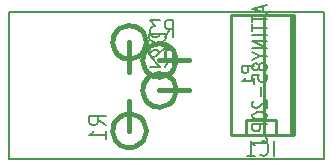
<source format=gbo>
G04 (created by PCBNEW-RS274X (2012-apr-16-27)-stable) date Fri 30 Aug 2013 09:54:41 AM IST*
G01*
G70*
G90*
%MOIN*%
G04 Gerber Fmt 3.4, Leading zero omitted, Abs format*
%FSLAX34Y34*%
G04 APERTURE LIST*
%ADD10C,0.006000*%
%ADD11C,0.007100*%
%ADD12C,0.007200*%
%ADD13C,0.015000*%
%ADD14C,0.010000*%
%ADD15C,0.008000*%
G04 APERTURE END LIST*
G54D10*
G54D11*
X34000Y-43200D02*
X34000Y-38300D01*
G54D12*
X44500Y-43200D02*
X34000Y-43200D01*
X44500Y-38300D02*
X44500Y-43200D01*
X34000Y-38300D02*
X44500Y-38300D01*
G54D13*
X38000Y-42250D02*
X38000Y-41250D01*
X38559Y-42250D02*
X38548Y-42358D01*
X38516Y-42463D01*
X38465Y-42559D01*
X38396Y-42643D01*
X38312Y-42713D01*
X38216Y-42765D01*
X38112Y-42797D01*
X38003Y-42808D01*
X37896Y-42799D01*
X37791Y-42768D01*
X37694Y-42717D01*
X37609Y-42649D01*
X37539Y-42565D01*
X37487Y-42470D01*
X37454Y-42366D01*
X37442Y-42257D01*
X37451Y-42150D01*
X37481Y-42045D01*
X37531Y-41948D01*
X37598Y-41862D01*
X37681Y-41791D01*
X37777Y-41738D01*
X37880Y-41705D01*
X37989Y-41692D01*
X38097Y-41700D01*
X38202Y-41729D01*
X38299Y-41779D01*
X38385Y-41846D01*
X38456Y-41928D01*
X38510Y-42023D01*
X38545Y-42127D01*
X38558Y-42235D01*
X38559Y-42250D01*
G54D14*
X42900Y-42400D02*
X42900Y-41900D01*
X42900Y-41900D02*
X41900Y-41900D01*
X41900Y-41900D02*
X41900Y-42400D01*
X43400Y-42400D02*
X43400Y-38400D01*
X43400Y-38400D02*
X41400Y-38400D01*
X41400Y-38400D02*
X41400Y-42400D01*
X41400Y-42400D02*
X43400Y-42400D01*
X43500Y-42400D02*
X43500Y-38400D01*
X42500Y-42400D02*
X42500Y-38400D01*
X42500Y-38400D02*
X43500Y-38400D01*
X43500Y-42400D02*
X42500Y-42400D01*
G54D13*
X39000Y-40900D02*
X40000Y-40900D01*
X39559Y-40900D02*
X39548Y-41008D01*
X39516Y-41113D01*
X39465Y-41209D01*
X39396Y-41293D01*
X39312Y-41363D01*
X39216Y-41415D01*
X39112Y-41447D01*
X39003Y-41458D01*
X38896Y-41449D01*
X38791Y-41418D01*
X38694Y-41367D01*
X38609Y-41299D01*
X38539Y-41215D01*
X38487Y-41120D01*
X38454Y-41016D01*
X38442Y-40907D01*
X38451Y-40800D01*
X38481Y-40695D01*
X38531Y-40598D01*
X38598Y-40512D01*
X38681Y-40441D01*
X38777Y-40388D01*
X38880Y-40355D01*
X38989Y-40342D01*
X39097Y-40350D01*
X39202Y-40379D01*
X39299Y-40429D01*
X39385Y-40496D01*
X39456Y-40578D01*
X39510Y-40673D01*
X39545Y-40777D01*
X39558Y-40885D01*
X39559Y-40900D01*
X39000Y-39900D02*
X40000Y-39900D01*
X39559Y-39900D02*
X39548Y-40008D01*
X39516Y-40113D01*
X39465Y-40209D01*
X39396Y-40293D01*
X39312Y-40363D01*
X39216Y-40415D01*
X39112Y-40447D01*
X39003Y-40458D01*
X38896Y-40449D01*
X38791Y-40418D01*
X38694Y-40367D01*
X38609Y-40299D01*
X38539Y-40215D01*
X38487Y-40120D01*
X38454Y-40016D01*
X38442Y-39907D01*
X38451Y-39800D01*
X38481Y-39695D01*
X38531Y-39598D01*
X38598Y-39512D01*
X38681Y-39441D01*
X38777Y-39388D01*
X38880Y-39355D01*
X38989Y-39342D01*
X39097Y-39350D01*
X39202Y-39379D01*
X39299Y-39429D01*
X39385Y-39496D01*
X39456Y-39578D01*
X39510Y-39673D01*
X39545Y-39777D01*
X39558Y-39885D01*
X39559Y-39900D01*
X38000Y-39300D02*
X38000Y-40300D01*
X38559Y-39300D02*
X38548Y-39408D01*
X38516Y-39513D01*
X38465Y-39609D01*
X38396Y-39693D01*
X38312Y-39763D01*
X38216Y-39815D01*
X38112Y-39847D01*
X38003Y-39858D01*
X37896Y-39849D01*
X37791Y-39818D01*
X37694Y-39767D01*
X37609Y-39699D01*
X37539Y-39615D01*
X37487Y-39520D01*
X37454Y-39416D01*
X37442Y-39307D01*
X37451Y-39200D01*
X37481Y-39095D01*
X37531Y-38998D01*
X37598Y-38912D01*
X37681Y-38841D01*
X37777Y-38788D01*
X37880Y-38755D01*
X37989Y-38742D01*
X38097Y-38750D01*
X38202Y-38779D01*
X38299Y-38829D01*
X38385Y-38896D01*
X38456Y-38978D01*
X38510Y-39073D01*
X38545Y-39177D01*
X38558Y-39285D01*
X38559Y-39300D01*
G54D15*
X37223Y-42067D02*
X36961Y-41900D01*
X37223Y-41781D02*
X36673Y-41781D01*
X36673Y-41972D01*
X36699Y-42019D01*
X36725Y-42043D01*
X36777Y-42067D01*
X36856Y-42067D01*
X36908Y-42043D01*
X36935Y-42019D01*
X36961Y-41972D01*
X36961Y-41781D01*
X37223Y-42543D02*
X37223Y-42257D01*
X37223Y-42400D02*
X36673Y-42400D01*
X36751Y-42352D01*
X36804Y-42305D01*
X36830Y-42257D01*
X42839Y-43102D02*
X42839Y-42602D01*
X42368Y-43055D02*
X42389Y-43079D01*
X42453Y-43102D01*
X42496Y-43102D01*
X42561Y-43079D01*
X42603Y-43031D01*
X42625Y-42983D01*
X42646Y-42888D01*
X42646Y-42817D01*
X42625Y-42721D01*
X42603Y-42674D01*
X42561Y-42626D01*
X42496Y-42602D01*
X42453Y-42602D01*
X42389Y-42626D01*
X42368Y-42650D01*
X41939Y-43102D02*
X42196Y-43102D01*
X42068Y-43102D02*
X42068Y-42602D01*
X42111Y-42674D01*
X42153Y-42721D01*
X42196Y-42745D01*
X42460Y-38105D02*
X42460Y-38296D01*
X42602Y-38067D02*
X42102Y-38200D01*
X42602Y-38334D01*
X42102Y-38410D02*
X42102Y-38639D01*
X42602Y-38524D02*
X42102Y-38524D01*
X42102Y-38715D02*
X42102Y-38944D01*
X42602Y-38829D02*
X42102Y-38829D01*
X42602Y-39077D02*
X42102Y-39077D01*
X42602Y-39267D02*
X42102Y-39267D01*
X42602Y-39496D01*
X42102Y-39496D01*
X42364Y-39762D02*
X42602Y-39762D01*
X42102Y-39629D02*
X42364Y-39762D01*
X42102Y-39896D01*
X42317Y-40086D02*
X42293Y-40048D01*
X42269Y-40029D01*
X42221Y-40010D01*
X42198Y-40010D01*
X42150Y-40029D01*
X42126Y-40048D01*
X42102Y-40086D01*
X42102Y-40163D01*
X42126Y-40201D01*
X42150Y-40220D01*
X42198Y-40239D01*
X42221Y-40239D01*
X42269Y-40220D01*
X42293Y-40201D01*
X42317Y-40163D01*
X42317Y-40086D01*
X42340Y-40048D01*
X42364Y-40029D01*
X42412Y-40010D01*
X42507Y-40010D01*
X42555Y-40029D01*
X42579Y-40048D01*
X42602Y-40086D01*
X42602Y-40163D01*
X42579Y-40201D01*
X42555Y-40220D01*
X42507Y-40239D01*
X42412Y-40239D01*
X42364Y-40220D01*
X42340Y-40201D01*
X42317Y-40163D01*
X42102Y-40601D02*
X42102Y-40410D01*
X42340Y-40391D01*
X42317Y-40410D01*
X42293Y-40448D01*
X42293Y-40544D01*
X42317Y-40582D01*
X42340Y-40601D01*
X42388Y-40620D01*
X42507Y-40620D01*
X42555Y-40601D01*
X42579Y-40582D01*
X42602Y-40544D01*
X42602Y-40448D01*
X42579Y-40410D01*
X42555Y-40391D01*
X42412Y-40791D02*
X42412Y-41096D01*
X42150Y-41267D02*
X42126Y-41286D01*
X42102Y-41324D01*
X42102Y-41420D01*
X42126Y-41458D01*
X42150Y-41477D01*
X42198Y-41496D01*
X42245Y-41496D01*
X42317Y-41477D01*
X42602Y-41248D01*
X42602Y-41496D01*
X42102Y-41743D02*
X42102Y-41782D01*
X42126Y-41820D01*
X42150Y-41839D01*
X42198Y-41858D01*
X42293Y-41877D01*
X42412Y-41877D01*
X42507Y-41858D01*
X42555Y-41839D01*
X42579Y-41820D01*
X42602Y-41782D01*
X42602Y-41743D01*
X42579Y-41705D01*
X42555Y-41686D01*
X42507Y-41667D01*
X42412Y-41648D01*
X42293Y-41648D01*
X42198Y-41667D01*
X42150Y-41686D01*
X42126Y-41705D01*
X42102Y-41743D01*
X42602Y-42048D02*
X42102Y-42048D01*
X42102Y-42201D01*
X42126Y-42239D01*
X42150Y-42258D01*
X42198Y-42277D01*
X42269Y-42277D01*
X42317Y-42258D01*
X42340Y-42239D01*
X42364Y-42201D01*
X42364Y-42048D01*
X42102Y-42448D02*
X42507Y-42448D01*
X42555Y-42467D01*
X42579Y-42486D01*
X42602Y-42524D01*
X42602Y-42601D01*
X42579Y-42639D01*
X42555Y-42658D01*
X42507Y-42677D01*
X42102Y-42677D01*
X42162Y-40105D02*
X41762Y-40105D01*
X41762Y-40258D01*
X41781Y-40296D01*
X41800Y-40315D01*
X41838Y-40334D01*
X41895Y-40334D01*
X41933Y-40315D01*
X41952Y-40296D01*
X41971Y-40258D01*
X41971Y-40105D01*
X42162Y-40715D02*
X42162Y-40486D01*
X42162Y-40600D02*
X41762Y-40600D01*
X41819Y-40562D01*
X41857Y-40524D01*
X41876Y-40486D01*
X39183Y-40123D02*
X39350Y-39861D01*
X39469Y-40123D02*
X39469Y-39573D01*
X39278Y-39573D01*
X39231Y-39599D01*
X39207Y-39625D01*
X39183Y-39677D01*
X39183Y-39756D01*
X39207Y-39808D01*
X39231Y-39835D01*
X39278Y-39861D01*
X39469Y-39861D01*
X38993Y-39625D02*
X38969Y-39599D01*
X38921Y-39573D01*
X38802Y-39573D01*
X38755Y-39599D01*
X38731Y-39625D01*
X38707Y-39677D01*
X38707Y-39730D01*
X38731Y-39808D01*
X39017Y-40123D01*
X38707Y-40123D01*
X39183Y-39123D02*
X39350Y-38861D01*
X39469Y-39123D02*
X39469Y-38573D01*
X39278Y-38573D01*
X39231Y-38599D01*
X39207Y-38625D01*
X39183Y-38677D01*
X39183Y-38756D01*
X39207Y-38808D01*
X39231Y-38835D01*
X39278Y-38861D01*
X39469Y-38861D01*
X39017Y-38573D02*
X38707Y-38573D01*
X38874Y-38782D01*
X38802Y-38782D01*
X38755Y-38808D01*
X38731Y-38835D01*
X38707Y-38887D01*
X38707Y-39018D01*
X38731Y-39070D01*
X38755Y-39096D01*
X38802Y-39123D01*
X38945Y-39123D01*
X38993Y-39096D01*
X39017Y-39070D01*
X39223Y-39031D02*
X38673Y-39031D01*
X38673Y-39150D01*
X38699Y-39222D01*
X38751Y-39269D01*
X38804Y-39293D01*
X38908Y-39317D01*
X38987Y-39317D01*
X39092Y-39293D01*
X39144Y-39269D01*
X39196Y-39222D01*
X39223Y-39150D01*
X39223Y-39031D01*
X38725Y-39507D02*
X38699Y-39531D01*
X38673Y-39579D01*
X38673Y-39698D01*
X38699Y-39745D01*
X38725Y-39769D01*
X38777Y-39793D01*
X38830Y-39793D01*
X38908Y-39769D01*
X39223Y-39483D01*
X39223Y-39793D01*
M02*

</source>
